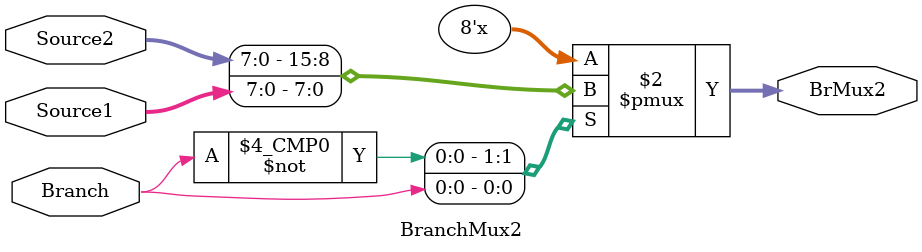
<source format=sv>
/* Filename: OvInputMux.sv
 * Authors: Luke Rohrer, Max Zhao, Josh Robertson
 * Date: 5/11/18
 * Description: This file contains the the plumbing module for Overflow Input Mux
*/

module BranchMux2 (
  input [7:0] Source1,
  input [7:0] Source2,
  input Branch,
  output logic [7:0] BrMux2
  );

  // Always do this Combinationally
  always_comb begin
    case(Branch)

      // Select Source2 (ReadReg2)
      0 : BrMux2 = Source2;

      // Select Source1 (ReadR1)
      1 : BrMux2 = Source1;

    endcase
  end
endmodule

</source>
